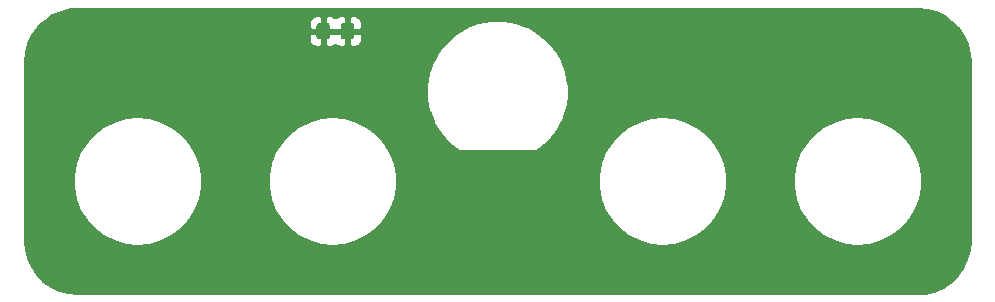
<source format=gbl>
G04 #@! TF.GenerationSoftware,KiCad,Pcbnew,5.1.10-88a1d61d58~88~ubuntu20.04.1*
G04 #@! TF.CreationDate,2021-06-29T16:33:38-04:00*
G04 #@! TF.ProjectId,whooshy_sound_jack_panel,77686f6f-7368-4795-9f73-6f756e645f6a,0*
G04 #@! TF.SameCoordinates,Original*
G04 #@! TF.FileFunction,Copper,L2,Bot*
G04 #@! TF.FilePolarity,Positive*
%FSLAX46Y46*%
G04 Gerber Fmt 4.6, Leading zero omitted, Abs format (unit mm)*
G04 Created by KiCad (PCBNEW 5.1.10-88a1d61d58~88~ubuntu20.04.1) date 2021-06-29 16:33:38*
%MOMM*%
%LPD*%
G01*
G04 APERTURE LIST*
G04 #@! TA.AperFunction,ViaPad*
%ADD10C,0.800000*%
G04 #@! TD*
G04 #@! TA.AperFunction,Conductor*
%ADD11C,0.254000*%
G04 #@! TD*
G04 #@! TA.AperFunction,Conductor*
%ADD12C,0.100000*%
G04 #@! TD*
G04 APERTURE END LIST*
G04 #@! TA.AperFunction,SMDPad,CuDef*
G36*
G01*
X103565000Y-38550001D02*
X103565000Y-37649999D01*
G75*
G02*
X103814999Y-37400000I249999J0D01*
G01*
X104465001Y-37400000D01*
G75*
G02*
X104715000Y-37649999I0J-249999D01*
G01*
X104715000Y-38550001D01*
G75*
G02*
X104465001Y-38800000I-249999J0D01*
G01*
X103814999Y-38800000D01*
G75*
G02*
X103565000Y-38550001I0J249999D01*
G01*
G37*
G04 #@! TD.AperFunction*
G04 #@! TA.AperFunction,SMDPad,CuDef*
G36*
G01*
X101515000Y-38550001D02*
X101515000Y-37649999D01*
G75*
G02*
X101764999Y-37400000I249999J0D01*
G01*
X102415001Y-37400000D01*
G75*
G02*
X102665000Y-37649999I0J-249999D01*
G01*
X102665000Y-38550001D01*
G75*
G02*
X102415001Y-38800000I-249999J0D01*
G01*
X101764999Y-38800000D01*
G75*
G02*
X101515000Y-38550001I0J249999D01*
G01*
G37*
G04 #@! TD.AperFunction*
D10*
X116840000Y-56515000D03*
D11*
X153182249Y-36292437D02*
X153939774Y-36499672D01*
X154648625Y-36837777D01*
X155286404Y-37296067D01*
X155832946Y-37860055D01*
X156270977Y-38511913D01*
X156586651Y-39231038D01*
X156771206Y-39999768D01*
X156820001Y-40664221D01*
X156820000Y-55850608D01*
X156747563Y-56662249D01*
X156540328Y-57419774D01*
X156202221Y-58128627D01*
X155743928Y-58766410D01*
X155179945Y-59312946D01*
X154528085Y-59750978D01*
X153808963Y-60066651D01*
X153040232Y-60251206D01*
X152375792Y-60300000D01*
X81309392Y-60300000D01*
X80497751Y-60227563D01*
X79740226Y-60020328D01*
X79031373Y-59682221D01*
X78393590Y-59223928D01*
X77847054Y-58659945D01*
X77409022Y-58008085D01*
X77093349Y-57288963D01*
X76908794Y-56520232D01*
X76860000Y-55855792D01*
X76860000Y-50294369D01*
X80903377Y-50294369D01*
X80903377Y-51305631D01*
X81089195Y-52299673D01*
X81454505Y-53242646D01*
X81986866Y-54102438D01*
X82668148Y-54849769D01*
X83475152Y-55459190D01*
X84380396Y-55909948D01*
X85353053Y-56186693D01*
X86360000Y-56280000D01*
X87366947Y-56186693D01*
X88339604Y-55909948D01*
X89244848Y-55459190D01*
X90051852Y-54849769D01*
X90733134Y-54102438D01*
X91265495Y-53242646D01*
X91630805Y-52299673D01*
X91816623Y-51305631D01*
X91816623Y-50294369D01*
X97413377Y-50294369D01*
X97413377Y-51305631D01*
X97599195Y-52299673D01*
X97964505Y-53242646D01*
X98496866Y-54102438D01*
X99178148Y-54849769D01*
X99985152Y-55459190D01*
X100890396Y-55909948D01*
X101863053Y-56186693D01*
X102870000Y-56280000D01*
X103876947Y-56186693D01*
X104849604Y-55909948D01*
X105754848Y-55459190D01*
X106561852Y-54849769D01*
X107243134Y-54102438D01*
X107775495Y-53242646D01*
X108140805Y-52299673D01*
X108326623Y-51305631D01*
X108326623Y-50294369D01*
X125353377Y-50294369D01*
X125353377Y-51305631D01*
X125539195Y-52299673D01*
X125904505Y-53242646D01*
X126436866Y-54102438D01*
X127118148Y-54849769D01*
X127925152Y-55459190D01*
X128830396Y-55909948D01*
X129803053Y-56186693D01*
X130810000Y-56280000D01*
X131816947Y-56186693D01*
X132789604Y-55909948D01*
X133694848Y-55459190D01*
X134501852Y-54849769D01*
X135183134Y-54102438D01*
X135715495Y-53242646D01*
X136080805Y-52299673D01*
X136266623Y-51305631D01*
X136266623Y-50294369D01*
X141863377Y-50294369D01*
X141863377Y-51305631D01*
X142049195Y-52299673D01*
X142414505Y-53242646D01*
X142946866Y-54102438D01*
X143628148Y-54849769D01*
X144435152Y-55459190D01*
X145340396Y-55909948D01*
X146313053Y-56186693D01*
X147320000Y-56280000D01*
X148326947Y-56186693D01*
X149299604Y-55909948D01*
X150204848Y-55459190D01*
X151011852Y-54849769D01*
X151693134Y-54102438D01*
X152225495Y-53242646D01*
X152590805Y-52299673D01*
X152776623Y-51305631D01*
X152776623Y-50294369D01*
X152590805Y-49300327D01*
X152225495Y-48357354D01*
X151693134Y-47497562D01*
X151011852Y-46750231D01*
X150204848Y-46140810D01*
X149299604Y-45690052D01*
X148326947Y-45413307D01*
X147320000Y-45320000D01*
X146313053Y-45413307D01*
X145340396Y-45690052D01*
X144435152Y-46140810D01*
X143628148Y-46750231D01*
X142946866Y-47497562D01*
X142414505Y-48357354D01*
X142049195Y-49300327D01*
X141863377Y-50294369D01*
X136266623Y-50294369D01*
X136080805Y-49300327D01*
X135715495Y-48357354D01*
X135183134Y-47497562D01*
X134501852Y-46750231D01*
X133694848Y-46140810D01*
X132789604Y-45690052D01*
X131816947Y-45413307D01*
X130810000Y-45320000D01*
X129803053Y-45413307D01*
X128830396Y-45690052D01*
X127925152Y-46140810D01*
X127118148Y-46750231D01*
X126436866Y-47497562D01*
X125904505Y-48357354D01*
X125539195Y-49300327D01*
X125353377Y-50294369D01*
X108326623Y-50294369D01*
X108140805Y-49300327D01*
X107775495Y-48357354D01*
X107243134Y-47497562D01*
X106561852Y-46750231D01*
X105754848Y-46140810D01*
X104849604Y-45690052D01*
X103876947Y-45413307D01*
X102870000Y-45320000D01*
X101863053Y-45413307D01*
X100890396Y-45690052D01*
X99985152Y-46140810D01*
X99178148Y-46750231D01*
X98496866Y-47497562D01*
X97964505Y-48357354D01*
X97599195Y-49300327D01*
X97413377Y-50294369D01*
X91816623Y-50294369D01*
X91630805Y-49300327D01*
X91265495Y-48357354D01*
X90733134Y-47497562D01*
X90051852Y-46750231D01*
X89244848Y-46140810D01*
X88339604Y-45690052D01*
X87366947Y-45413307D01*
X86360000Y-45320000D01*
X85353053Y-45413307D01*
X84380396Y-45690052D01*
X83475152Y-46140810D01*
X82668148Y-46750231D01*
X81986866Y-47497562D01*
X81454505Y-48357354D01*
X81089195Y-49300327D01*
X80903377Y-50294369D01*
X76860000Y-50294369D01*
X76860000Y-42769317D01*
X110806550Y-42769317D01*
X110815749Y-43708750D01*
X110826897Y-43823255D01*
X110999087Y-44746818D01*
X111029950Y-44857646D01*
X111359899Y-45737278D01*
X111409538Y-45841064D01*
X111887221Y-46650037D01*
X111938499Y-46721764D01*
X111954128Y-46743626D01*
X112565030Y-47457360D01*
X112647172Y-47537909D01*
X113322814Y-48093658D01*
X113323052Y-48093948D01*
X113423550Y-48176425D01*
X113538207Y-48237710D01*
X113662617Y-48275450D01*
X113759581Y-48285000D01*
X119920419Y-48285000D01*
X120017383Y-48275450D01*
X120141793Y-48237710D01*
X120256450Y-48176425D01*
X120287219Y-48151173D01*
X120353017Y-48105101D01*
X120377562Y-48084505D01*
X120403626Y-48065872D01*
X121117360Y-47454970D01*
X121197909Y-47372828D01*
X121794718Y-46647268D01*
X121859780Y-46552387D01*
X122321530Y-45734214D01*
X122347497Y-45677074D01*
X122369127Y-45629477D01*
X122681788Y-44743553D01*
X122710474Y-44632141D01*
X122864546Y-43705383D01*
X122873450Y-43590682D01*
X122864251Y-42651250D01*
X122853103Y-42536745D01*
X122853102Y-42536743D01*
X122680913Y-41613182D01*
X122650050Y-41502354D01*
X122320101Y-40622722D01*
X122270462Y-40518936D01*
X121792779Y-39709963D01*
X121725872Y-39616374D01*
X121114970Y-38902640D01*
X121032828Y-38822091D01*
X120307268Y-38225282D01*
X120212386Y-38160220D01*
X120212382Y-38160218D01*
X119394215Y-37698470D01*
X119289477Y-37650873D01*
X119289467Y-37650870D01*
X118403553Y-37338212D01*
X118310706Y-37314306D01*
X118292142Y-37309526D01*
X117365383Y-37155454D01*
X117250683Y-37146550D01*
X116311250Y-37155749D01*
X116196745Y-37166897D01*
X116196743Y-37166898D01*
X115273182Y-37339087D01*
X115178226Y-37365530D01*
X115162354Y-37369950D01*
X114282722Y-37699899D01*
X114178936Y-37749538D01*
X113369963Y-38227221D01*
X113276374Y-38294128D01*
X112562642Y-38905028D01*
X112562641Y-38905029D01*
X112482091Y-38987172D01*
X111885282Y-39712732D01*
X111820221Y-39807613D01*
X111358470Y-40625785D01*
X111310873Y-40730523D01*
X111310870Y-40730533D01*
X110998212Y-41616447D01*
X110975400Y-41705046D01*
X110969526Y-41727858D01*
X110815454Y-42654617D01*
X110806550Y-42769317D01*
X76860000Y-42769317D01*
X76860000Y-40669392D01*
X76932437Y-39857751D01*
X77139672Y-39100226D01*
X77282872Y-38800000D01*
X100876928Y-38800000D01*
X100889188Y-38924482D01*
X100925498Y-39044180D01*
X100984463Y-39154494D01*
X101063815Y-39251185D01*
X101160506Y-39330537D01*
X101270820Y-39389502D01*
X101390518Y-39425812D01*
X101515000Y-39438072D01*
X101804250Y-39435000D01*
X101963000Y-39276250D01*
X101963000Y-38227000D01*
X102217000Y-38227000D01*
X102217000Y-39276250D01*
X102375750Y-39435000D01*
X102665000Y-39438072D01*
X102789482Y-39425812D01*
X102909180Y-39389502D01*
X103019494Y-39330537D01*
X103115000Y-39252158D01*
X103210506Y-39330537D01*
X103320820Y-39389502D01*
X103440518Y-39425812D01*
X103565000Y-39438072D01*
X103854250Y-39435000D01*
X104013000Y-39276250D01*
X104013000Y-38227000D01*
X104267000Y-38227000D01*
X104267000Y-39276250D01*
X104425750Y-39435000D01*
X104715000Y-39438072D01*
X104839482Y-39425812D01*
X104959180Y-39389502D01*
X105069494Y-39330537D01*
X105166185Y-39251185D01*
X105245537Y-39154494D01*
X105304502Y-39044180D01*
X105340812Y-38924482D01*
X105353072Y-38800000D01*
X105350000Y-38385750D01*
X105191250Y-38227000D01*
X104267000Y-38227000D01*
X104013000Y-38227000D01*
X102217000Y-38227000D01*
X101963000Y-38227000D01*
X101038750Y-38227000D01*
X100880000Y-38385750D01*
X100876928Y-38800000D01*
X77282872Y-38800000D01*
X77477777Y-38391375D01*
X77936067Y-37753596D01*
X78300950Y-37400000D01*
X100876928Y-37400000D01*
X100880000Y-37814250D01*
X101038750Y-37973000D01*
X101963000Y-37973000D01*
X101963000Y-36923750D01*
X102217000Y-36923750D01*
X102217000Y-37973000D01*
X104013000Y-37973000D01*
X104013000Y-36923750D01*
X104267000Y-36923750D01*
X104267000Y-37973000D01*
X105191250Y-37973000D01*
X105350000Y-37814250D01*
X105353072Y-37400000D01*
X105340812Y-37275518D01*
X105304502Y-37155820D01*
X105245537Y-37045506D01*
X105166185Y-36948815D01*
X105069494Y-36869463D01*
X104959180Y-36810498D01*
X104839482Y-36774188D01*
X104715000Y-36761928D01*
X104425750Y-36765000D01*
X104267000Y-36923750D01*
X104013000Y-36923750D01*
X103854250Y-36765000D01*
X103565000Y-36761928D01*
X103440518Y-36774188D01*
X103320820Y-36810498D01*
X103210506Y-36869463D01*
X103115000Y-36947842D01*
X103019494Y-36869463D01*
X102909180Y-36810498D01*
X102789482Y-36774188D01*
X102665000Y-36761928D01*
X102375750Y-36765000D01*
X102217000Y-36923750D01*
X101963000Y-36923750D01*
X101804250Y-36765000D01*
X101515000Y-36761928D01*
X101390518Y-36774188D01*
X101270820Y-36810498D01*
X101160506Y-36869463D01*
X101063815Y-36948815D01*
X100984463Y-37045506D01*
X100925498Y-37155820D01*
X100889188Y-37275518D01*
X100876928Y-37400000D01*
X78300950Y-37400000D01*
X78500055Y-37207054D01*
X79151913Y-36769023D01*
X79871038Y-36453349D01*
X80639768Y-36268794D01*
X81304207Y-36220000D01*
X152370608Y-36220000D01*
X153182249Y-36292437D01*
G04 #@! TA.AperFunction,Conductor*
D12*
G36*
X153182249Y-36292437D02*
G01*
X153939774Y-36499672D01*
X154648625Y-36837777D01*
X155286404Y-37296067D01*
X155832946Y-37860055D01*
X156270977Y-38511913D01*
X156586651Y-39231038D01*
X156771206Y-39999768D01*
X156820001Y-40664221D01*
X156820000Y-55850608D01*
X156747563Y-56662249D01*
X156540328Y-57419774D01*
X156202221Y-58128627D01*
X155743928Y-58766410D01*
X155179945Y-59312946D01*
X154528085Y-59750978D01*
X153808963Y-60066651D01*
X153040232Y-60251206D01*
X152375792Y-60300000D01*
X81309392Y-60300000D01*
X80497751Y-60227563D01*
X79740226Y-60020328D01*
X79031373Y-59682221D01*
X78393590Y-59223928D01*
X77847054Y-58659945D01*
X77409022Y-58008085D01*
X77093349Y-57288963D01*
X76908794Y-56520232D01*
X76860000Y-55855792D01*
X76860000Y-50294369D01*
X80903377Y-50294369D01*
X80903377Y-51305631D01*
X81089195Y-52299673D01*
X81454505Y-53242646D01*
X81986866Y-54102438D01*
X82668148Y-54849769D01*
X83475152Y-55459190D01*
X84380396Y-55909948D01*
X85353053Y-56186693D01*
X86360000Y-56280000D01*
X87366947Y-56186693D01*
X88339604Y-55909948D01*
X89244848Y-55459190D01*
X90051852Y-54849769D01*
X90733134Y-54102438D01*
X91265495Y-53242646D01*
X91630805Y-52299673D01*
X91816623Y-51305631D01*
X91816623Y-50294369D01*
X97413377Y-50294369D01*
X97413377Y-51305631D01*
X97599195Y-52299673D01*
X97964505Y-53242646D01*
X98496866Y-54102438D01*
X99178148Y-54849769D01*
X99985152Y-55459190D01*
X100890396Y-55909948D01*
X101863053Y-56186693D01*
X102870000Y-56280000D01*
X103876947Y-56186693D01*
X104849604Y-55909948D01*
X105754848Y-55459190D01*
X106561852Y-54849769D01*
X107243134Y-54102438D01*
X107775495Y-53242646D01*
X108140805Y-52299673D01*
X108326623Y-51305631D01*
X108326623Y-50294369D01*
X125353377Y-50294369D01*
X125353377Y-51305631D01*
X125539195Y-52299673D01*
X125904505Y-53242646D01*
X126436866Y-54102438D01*
X127118148Y-54849769D01*
X127925152Y-55459190D01*
X128830396Y-55909948D01*
X129803053Y-56186693D01*
X130810000Y-56280000D01*
X131816947Y-56186693D01*
X132789604Y-55909948D01*
X133694848Y-55459190D01*
X134501852Y-54849769D01*
X135183134Y-54102438D01*
X135715495Y-53242646D01*
X136080805Y-52299673D01*
X136266623Y-51305631D01*
X136266623Y-50294369D01*
X141863377Y-50294369D01*
X141863377Y-51305631D01*
X142049195Y-52299673D01*
X142414505Y-53242646D01*
X142946866Y-54102438D01*
X143628148Y-54849769D01*
X144435152Y-55459190D01*
X145340396Y-55909948D01*
X146313053Y-56186693D01*
X147320000Y-56280000D01*
X148326947Y-56186693D01*
X149299604Y-55909948D01*
X150204848Y-55459190D01*
X151011852Y-54849769D01*
X151693134Y-54102438D01*
X152225495Y-53242646D01*
X152590805Y-52299673D01*
X152776623Y-51305631D01*
X152776623Y-50294369D01*
X152590805Y-49300327D01*
X152225495Y-48357354D01*
X151693134Y-47497562D01*
X151011852Y-46750231D01*
X150204848Y-46140810D01*
X149299604Y-45690052D01*
X148326947Y-45413307D01*
X147320000Y-45320000D01*
X146313053Y-45413307D01*
X145340396Y-45690052D01*
X144435152Y-46140810D01*
X143628148Y-46750231D01*
X142946866Y-47497562D01*
X142414505Y-48357354D01*
X142049195Y-49300327D01*
X141863377Y-50294369D01*
X136266623Y-50294369D01*
X136080805Y-49300327D01*
X135715495Y-48357354D01*
X135183134Y-47497562D01*
X134501852Y-46750231D01*
X133694848Y-46140810D01*
X132789604Y-45690052D01*
X131816947Y-45413307D01*
X130810000Y-45320000D01*
X129803053Y-45413307D01*
X128830396Y-45690052D01*
X127925152Y-46140810D01*
X127118148Y-46750231D01*
X126436866Y-47497562D01*
X125904505Y-48357354D01*
X125539195Y-49300327D01*
X125353377Y-50294369D01*
X108326623Y-50294369D01*
X108140805Y-49300327D01*
X107775495Y-48357354D01*
X107243134Y-47497562D01*
X106561852Y-46750231D01*
X105754848Y-46140810D01*
X104849604Y-45690052D01*
X103876947Y-45413307D01*
X102870000Y-45320000D01*
X101863053Y-45413307D01*
X100890396Y-45690052D01*
X99985152Y-46140810D01*
X99178148Y-46750231D01*
X98496866Y-47497562D01*
X97964505Y-48357354D01*
X97599195Y-49300327D01*
X97413377Y-50294369D01*
X91816623Y-50294369D01*
X91630805Y-49300327D01*
X91265495Y-48357354D01*
X90733134Y-47497562D01*
X90051852Y-46750231D01*
X89244848Y-46140810D01*
X88339604Y-45690052D01*
X87366947Y-45413307D01*
X86360000Y-45320000D01*
X85353053Y-45413307D01*
X84380396Y-45690052D01*
X83475152Y-46140810D01*
X82668148Y-46750231D01*
X81986866Y-47497562D01*
X81454505Y-48357354D01*
X81089195Y-49300327D01*
X80903377Y-50294369D01*
X76860000Y-50294369D01*
X76860000Y-42769317D01*
X110806550Y-42769317D01*
X110815749Y-43708750D01*
X110826897Y-43823255D01*
X110999087Y-44746818D01*
X111029950Y-44857646D01*
X111359899Y-45737278D01*
X111409538Y-45841064D01*
X111887221Y-46650037D01*
X111938499Y-46721764D01*
X111954128Y-46743626D01*
X112565030Y-47457360D01*
X112647172Y-47537909D01*
X113322814Y-48093658D01*
X113323052Y-48093948D01*
X113423550Y-48176425D01*
X113538207Y-48237710D01*
X113662617Y-48275450D01*
X113759581Y-48285000D01*
X119920419Y-48285000D01*
X120017383Y-48275450D01*
X120141793Y-48237710D01*
X120256450Y-48176425D01*
X120287219Y-48151173D01*
X120353017Y-48105101D01*
X120377562Y-48084505D01*
X120403626Y-48065872D01*
X121117360Y-47454970D01*
X121197909Y-47372828D01*
X121794718Y-46647268D01*
X121859780Y-46552387D01*
X122321530Y-45734214D01*
X122347497Y-45677074D01*
X122369127Y-45629477D01*
X122681788Y-44743553D01*
X122710474Y-44632141D01*
X122864546Y-43705383D01*
X122873450Y-43590682D01*
X122864251Y-42651250D01*
X122853103Y-42536745D01*
X122853102Y-42536743D01*
X122680913Y-41613182D01*
X122650050Y-41502354D01*
X122320101Y-40622722D01*
X122270462Y-40518936D01*
X121792779Y-39709963D01*
X121725872Y-39616374D01*
X121114970Y-38902640D01*
X121032828Y-38822091D01*
X120307268Y-38225282D01*
X120212386Y-38160220D01*
X120212382Y-38160218D01*
X119394215Y-37698470D01*
X119289477Y-37650873D01*
X119289467Y-37650870D01*
X118403553Y-37338212D01*
X118310706Y-37314306D01*
X118292142Y-37309526D01*
X117365383Y-37155454D01*
X117250683Y-37146550D01*
X116311250Y-37155749D01*
X116196745Y-37166897D01*
X116196743Y-37166898D01*
X115273182Y-37339087D01*
X115178226Y-37365530D01*
X115162354Y-37369950D01*
X114282722Y-37699899D01*
X114178936Y-37749538D01*
X113369963Y-38227221D01*
X113276374Y-38294128D01*
X112562642Y-38905028D01*
X112562641Y-38905029D01*
X112482091Y-38987172D01*
X111885282Y-39712732D01*
X111820221Y-39807613D01*
X111358470Y-40625785D01*
X111310873Y-40730523D01*
X111310870Y-40730533D01*
X110998212Y-41616447D01*
X110975400Y-41705046D01*
X110969526Y-41727858D01*
X110815454Y-42654617D01*
X110806550Y-42769317D01*
X76860000Y-42769317D01*
X76860000Y-40669392D01*
X76932437Y-39857751D01*
X77139672Y-39100226D01*
X77282872Y-38800000D01*
X100876928Y-38800000D01*
X100889188Y-38924482D01*
X100925498Y-39044180D01*
X100984463Y-39154494D01*
X101063815Y-39251185D01*
X101160506Y-39330537D01*
X101270820Y-39389502D01*
X101390518Y-39425812D01*
X101515000Y-39438072D01*
X101804250Y-39435000D01*
X101963000Y-39276250D01*
X101963000Y-38227000D01*
X102217000Y-38227000D01*
X102217000Y-39276250D01*
X102375750Y-39435000D01*
X102665000Y-39438072D01*
X102789482Y-39425812D01*
X102909180Y-39389502D01*
X103019494Y-39330537D01*
X103115000Y-39252158D01*
X103210506Y-39330537D01*
X103320820Y-39389502D01*
X103440518Y-39425812D01*
X103565000Y-39438072D01*
X103854250Y-39435000D01*
X104013000Y-39276250D01*
X104013000Y-38227000D01*
X104267000Y-38227000D01*
X104267000Y-39276250D01*
X104425750Y-39435000D01*
X104715000Y-39438072D01*
X104839482Y-39425812D01*
X104959180Y-39389502D01*
X105069494Y-39330537D01*
X105166185Y-39251185D01*
X105245537Y-39154494D01*
X105304502Y-39044180D01*
X105340812Y-38924482D01*
X105353072Y-38800000D01*
X105350000Y-38385750D01*
X105191250Y-38227000D01*
X104267000Y-38227000D01*
X104013000Y-38227000D01*
X102217000Y-38227000D01*
X101963000Y-38227000D01*
X101038750Y-38227000D01*
X100880000Y-38385750D01*
X100876928Y-38800000D01*
X77282872Y-38800000D01*
X77477777Y-38391375D01*
X77936067Y-37753596D01*
X78300950Y-37400000D01*
X100876928Y-37400000D01*
X100880000Y-37814250D01*
X101038750Y-37973000D01*
X101963000Y-37973000D01*
X101963000Y-36923750D01*
X102217000Y-36923750D01*
X102217000Y-37973000D01*
X104013000Y-37973000D01*
X104013000Y-36923750D01*
X104267000Y-36923750D01*
X104267000Y-37973000D01*
X105191250Y-37973000D01*
X105350000Y-37814250D01*
X105353072Y-37400000D01*
X105340812Y-37275518D01*
X105304502Y-37155820D01*
X105245537Y-37045506D01*
X105166185Y-36948815D01*
X105069494Y-36869463D01*
X104959180Y-36810498D01*
X104839482Y-36774188D01*
X104715000Y-36761928D01*
X104425750Y-36765000D01*
X104267000Y-36923750D01*
X104013000Y-36923750D01*
X103854250Y-36765000D01*
X103565000Y-36761928D01*
X103440518Y-36774188D01*
X103320820Y-36810498D01*
X103210506Y-36869463D01*
X103115000Y-36947842D01*
X103019494Y-36869463D01*
X102909180Y-36810498D01*
X102789482Y-36774188D01*
X102665000Y-36761928D01*
X102375750Y-36765000D01*
X102217000Y-36923750D01*
X101963000Y-36923750D01*
X101804250Y-36765000D01*
X101515000Y-36761928D01*
X101390518Y-36774188D01*
X101270820Y-36810498D01*
X101160506Y-36869463D01*
X101063815Y-36948815D01*
X100984463Y-37045506D01*
X100925498Y-37155820D01*
X100889188Y-37275518D01*
X100876928Y-37400000D01*
X78300950Y-37400000D01*
X78500055Y-37207054D01*
X79151913Y-36769023D01*
X79871038Y-36453349D01*
X80639768Y-36268794D01*
X81304207Y-36220000D01*
X152370608Y-36220000D01*
X153182249Y-36292437D01*
G37*
G04 #@! TD.AperFunction*
M02*

</source>
